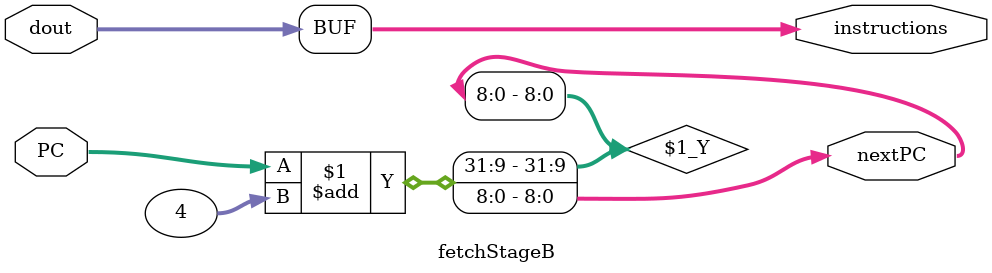
<source format=v>
`define opWidth 6
`define regWidth 5
`define immWidth 16
`define valWidth 32
`define PCWidth 9

module fetchStageA(PC,mem_addr);
    input [`PCWidth-1:0] PC;
    output [`PCWidth-1:0] mem_addr = PC;
endmodule


module fetchStageB(PC,dout,nextPC,instructions);
    input [`PCWidth-1:0] PC;
    input [`valWidth-1:0] dout;
    output [`PCWidth-1:0] nextPC = PC + 4;
    output [`valWidth-1:0] instructions = dout;
endmodule

</source>
